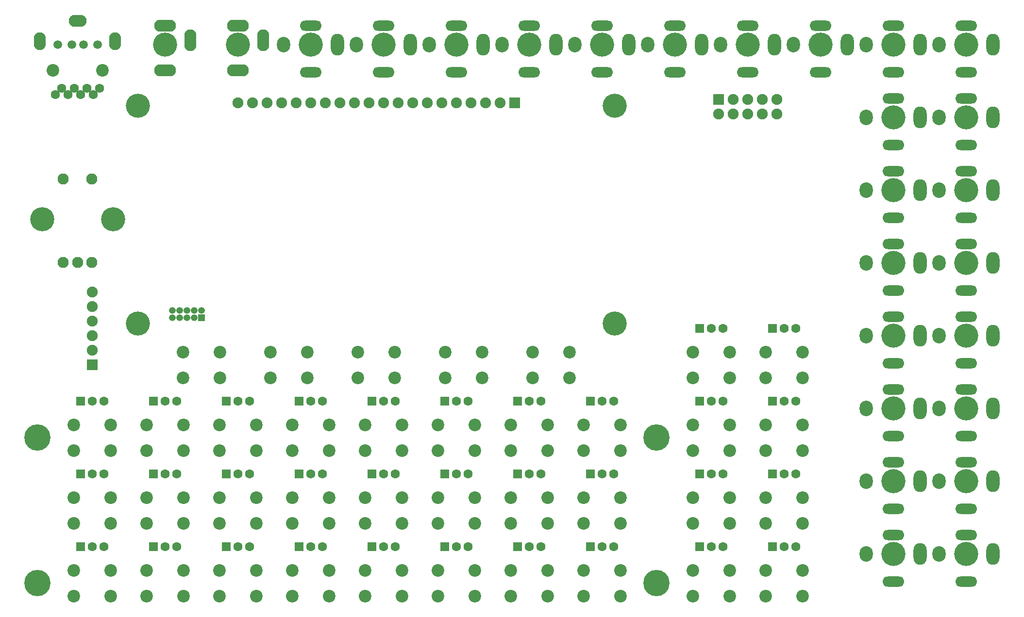
<source format=gbs>
G04 #@! TF.FileFunction,Soldermask,Bot*
%FSLAX46Y46*%
G04 Gerber Fmt 4.6, Leading zero omitted, Abs format (unit mm)*
G04 Created by KiCad (PCBNEW 4.0.7) date 2017 October 30, Monday 23:27:59*
%MOMM*%
%LPD*%
G01*
G04 APERTURE LIST*
%ADD10C,0.100000*%
%ADD11C,4.600000*%
%ADD12R,1.600000X1.600000*%
%ADD13C,1.600000*%
%ADD14R,1.900000X1.900000*%
%ADD15O,1.900000X1.900000*%
%ADD16R,1.200000X1.200000*%
%ADD17O,1.200000X1.200000*%
%ADD18C,2.200000*%
%ADD19C,4.200000*%
%ADD20O,2.100000X3.800000*%
%ADD21O,3.800000X2.100000*%
%ADD22O,2.300000X2.700000*%
%ADD23O,2.300000X3.800000*%
%ADD24O,3.800000X1.800000*%
%ADD25O,3.100000X2.100000*%
%ADD26C,1.500000*%
%ADD27O,2.100000X3.100000*%
%ADD28C,1.950000*%
%ADD29O,4.200000X4.200000*%
G04 APERTURE END LIST*
D10*
D11*
X187325000Y-114300000D03*
X79375000Y-114300000D03*
X187325000Y-139700000D03*
D12*
X194850000Y-95250000D03*
D13*
X196850000Y-95250000D03*
X198850000Y-95250000D03*
D12*
X207550000Y-95250000D03*
D13*
X209550000Y-95250000D03*
X211550000Y-95250000D03*
D12*
X194850000Y-107950000D03*
D13*
X196850000Y-107950000D03*
X198850000Y-107950000D03*
D12*
X207550000Y-107950000D03*
D13*
X209550000Y-107950000D03*
X211550000Y-107950000D03*
D12*
X194850000Y-120650000D03*
D13*
X196850000Y-120650000D03*
X198850000Y-120650000D03*
D12*
X207550000Y-120650000D03*
D13*
X209550000Y-120650000D03*
X211550000Y-120650000D03*
D12*
X194850000Y-133350000D03*
D13*
X196850000Y-133350000D03*
X198850000Y-133350000D03*
D12*
X207550000Y-133350000D03*
D13*
X209550000Y-133350000D03*
X211550000Y-133350000D03*
D12*
X86900000Y-107950000D03*
D13*
X88900000Y-107950000D03*
X90900000Y-107950000D03*
D12*
X99600000Y-107950000D03*
D13*
X101600000Y-107950000D03*
X103600000Y-107950000D03*
D12*
X112300000Y-107950000D03*
D13*
X114300000Y-107950000D03*
X116300000Y-107950000D03*
D12*
X125000000Y-107950000D03*
D13*
X127000000Y-107950000D03*
X129000000Y-107950000D03*
D12*
X137700000Y-107950000D03*
D13*
X139700000Y-107950000D03*
X141700000Y-107950000D03*
D12*
X150400000Y-107950000D03*
D13*
X152400000Y-107950000D03*
X154400000Y-107950000D03*
D12*
X163100000Y-107950000D03*
D13*
X165100000Y-107950000D03*
X167100000Y-107950000D03*
D12*
X175800000Y-107950000D03*
D13*
X177800000Y-107950000D03*
X179800000Y-107950000D03*
D12*
X86900000Y-120650000D03*
D13*
X88900000Y-120650000D03*
X90900000Y-120650000D03*
D12*
X99600000Y-120650000D03*
D13*
X101600000Y-120650000D03*
X103600000Y-120650000D03*
D12*
X112300000Y-120650000D03*
D13*
X114300000Y-120650000D03*
X116300000Y-120650000D03*
D12*
X125000000Y-120650000D03*
D13*
X127000000Y-120650000D03*
X129000000Y-120650000D03*
D12*
X137700000Y-120650000D03*
D13*
X139700000Y-120650000D03*
X141700000Y-120650000D03*
D12*
X150400000Y-120650000D03*
D13*
X152400000Y-120650000D03*
X154400000Y-120650000D03*
D12*
X163100000Y-120650000D03*
D13*
X165100000Y-120650000D03*
X167100000Y-120650000D03*
D12*
X175800000Y-120650000D03*
D13*
X177800000Y-120650000D03*
X179800000Y-120650000D03*
D12*
X86900000Y-133350000D03*
D13*
X88900000Y-133350000D03*
X90900000Y-133350000D03*
D12*
X99600000Y-133350000D03*
D13*
X101600000Y-133350000D03*
X103600000Y-133350000D03*
D12*
X112300000Y-133350000D03*
D13*
X114300000Y-133350000D03*
X116300000Y-133350000D03*
D12*
X125000000Y-133350000D03*
D13*
X127000000Y-133350000D03*
X129000000Y-133350000D03*
D12*
X137700000Y-133350000D03*
D13*
X139700000Y-133350000D03*
X141700000Y-133350000D03*
D12*
X150400000Y-133350000D03*
D13*
X152400000Y-133350000D03*
X154400000Y-133350000D03*
D12*
X163100000Y-133350000D03*
D13*
X165100000Y-133350000D03*
X167100000Y-133350000D03*
D12*
X175800000Y-133350000D03*
D13*
X177800000Y-133350000D03*
X179800000Y-133350000D03*
D14*
X88900000Y-101600000D03*
D15*
X88900000Y-99060000D03*
X88900000Y-96520000D03*
X88900000Y-93980000D03*
X88900000Y-91440000D03*
X88900000Y-88900000D03*
D16*
X107950000Y-93345000D03*
D17*
X107950000Y-92075000D03*
X106680000Y-93345000D03*
X106680000Y-92075000D03*
X105410000Y-93345000D03*
X105410000Y-92075000D03*
X104140000Y-93345000D03*
X104140000Y-92075000D03*
X102870000Y-93345000D03*
X102870000Y-92075000D03*
D18*
X174550000Y-141950000D03*
X181050000Y-141950000D03*
X181050000Y-137450000D03*
X174550000Y-137450000D03*
X161850000Y-141950000D03*
X168350000Y-141950000D03*
X168350000Y-137450000D03*
X161850000Y-137450000D03*
X149150000Y-141950000D03*
X155650000Y-141950000D03*
X155650000Y-137450000D03*
X149150000Y-137450000D03*
X136450000Y-141950000D03*
X142950000Y-141950000D03*
X142950000Y-137450000D03*
X136450000Y-137450000D03*
X123750000Y-141950000D03*
X130250000Y-141950000D03*
X130250000Y-137450000D03*
X123750000Y-137450000D03*
X111050000Y-141950000D03*
X117550000Y-141950000D03*
X117550000Y-137450000D03*
X111050000Y-137450000D03*
X98350000Y-141950000D03*
X104850000Y-141950000D03*
X104850000Y-137450000D03*
X98350000Y-137450000D03*
X85650000Y-141950000D03*
X92150000Y-141950000D03*
X92150000Y-137450000D03*
X85650000Y-137450000D03*
X174550000Y-129250000D03*
X181050000Y-129250000D03*
X181050000Y-124750000D03*
X174550000Y-124750000D03*
X161850000Y-129250000D03*
X168350000Y-129250000D03*
X168350000Y-124750000D03*
X161850000Y-124750000D03*
X149150000Y-129250000D03*
X155650000Y-129250000D03*
X155650000Y-124750000D03*
X149150000Y-124750000D03*
X136450000Y-129250000D03*
X142950000Y-129250000D03*
X142950000Y-124750000D03*
X136450000Y-124750000D03*
X123750000Y-129250000D03*
X130250000Y-129250000D03*
X130250000Y-124750000D03*
X123750000Y-124750000D03*
X111050000Y-129250000D03*
X117550000Y-129250000D03*
X117550000Y-124750000D03*
X111050000Y-124750000D03*
X98350000Y-129250000D03*
X104850000Y-129250000D03*
X104850000Y-124750000D03*
X98350000Y-124750000D03*
X85650000Y-129250000D03*
X92150000Y-129250000D03*
X92150000Y-124750000D03*
X85650000Y-124750000D03*
X174550000Y-116550000D03*
X181050000Y-116550000D03*
X181050000Y-112050000D03*
X174550000Y-112050000D03*
X161850000Y-116550000D03*
X168350000Y-116550000D03*
X168350000Y-112050000D03*
X161850000Y-112050000D03*
X149150000Y-116550000D03*
X155650000Y-116550000D03*
X155650000Y-112050000D03*
X149150000Y-112050000D03*
X136450000Y-116550000D03*
X142950000Y-116550000D03*
X142950000Y-112050000D03*
X136450000Y-112050000D03*
X123750000Y-116550000D03*
X130250000Y-116550000D03*
X130250000Y-112050000D03*
X123750000Y-112050000D03*
X111050000Y-116550000D03*
X117550000Y-116550000D03*
X117550000Y-112050000D03*
X111050000Y-112050000D03*
X98350000Y-116550000D03*
X104850000Y-116550000D03*
X104850000Y-112050000D03*
X98350000Y-112050000D03*
X85650000Y-116550000D03*
X92150000Y-116550000D03*
X92150000Y-112050000D03*
X85650000Y-112050000D03*
X206300000Y-141950000D03*
X212800000Y-141950000D03*
X212800000Y-137450000D03*
X206300000Y-137450000D03*
X193600000Y-141950000D03*
X200100000Y-141950000D03*
X200100000Y-137450000D03*
X193600000Y-137450000D03*
X206300000Y-129250000D03*
X212800000Y-129250000D03*
X212800000Y-124750000D03*
X206300000Y-124750000D03*
X193600000Y-129250000D03*
X200100000Y-129250000D03*
X200100000Y-124750000D03*
X193600000Y-124750000D03*
X206300000Y-116550000D03*
X212800000Y-116550000D03*
X212800000Y-112050000D03*
X206300000Y-112050000D03*
X193600000Y-116550000D03*
X200100000Y-116550000D03*
X200100000Y-112050000D03*
X193600000Y-112050000D03*
X206300000Y-103850000D03*
X212800000Y-103850000D03*
X212800000Y-99350000D03*
X206300000Y-99350000D03*
X193600000Y-103850000D03*
X200100000Y-103850000D03*
X200100000Y-99350000D03*
X193600000Y-99350000D03*
X165660000Y-103850000D03*
X172160000Y-103850000D03*
X172160000Y-99350000D03*
X165660000Y-99350000D03*
X150420000Y-103850000D03*
X156920000Y-103850000D03*
X156920000Y-99350000D03*
X150420000Y-99350000D03*
X135180000Y-103850000D03*
X141680000Y-103850000D03*
X141680000Y-99350000D03*
X135180000Y-99350000D03*
X119940000Y-103850000D03*
X126440000Y-103850000D03*
X126440000Y-99350000D03*
X119940000Y-99350000D03*
X104700000Y-103850000D03*
X111200000Y-103850000D03*
X111200000Y-99350000D03*
X104700000Y-99350000D03*
D14*
X198120000Y-55245000D03*
D15*
X198120000Y-57785000D03*
X200660000Y-55245000D03*
X200660000Y-57785000D03*
X203200000Y-55245000D03*
X203200000Y-57785000D03*
X205740000Y-55245000D03*
X205740000Y-57785000D03*
X208280000Y-55245000D03*
X208280000Y-57785000D03*
D14*
X162560000Y-55880000D03*
D15*
X160020000Y-55880000D03*
X157480000Y-55880000D03*
X154940000Y-55880000D03*
X152400000Y-55880000D03*
X149860000Y-55880000D03*
X147320000Y-55880000D03*
X144780000Y-55880000D03*
X142240000Y-55880000D03*
X139700000Y-55880000D03*
X137160000Y-55880000D03*
X134620000Y-55880000D03*
X132080000Y-55880000D03*
X129540000Y-55880000D03*
X127000000Y-55880000D03*
X124460000Y-55880000D03*
X121920000Y-55880000D03*
X119380000Y-55880000D03*
X116840000Y-55880000D03*
X114300000Y-55880000D03*
D19*
X96830000Y-56380000D03*
X180030000Y-56380000D03*
X96830000Y-94380000D03*
X180030000Y-94380000D03*
D13*
X90210000Y-53340000D03*
X89110000Y-54440000D03*
X88010000Y-53340000D03*
X86910000Y-54440000D03*
X85810000Y-53340000D03*
X84710000Y-54440000D03*
X83610000Y-53340000D03*
X82510000Y-54440000D03*
D18*
X90660000Y-50170000D03*
X82060000Y-50170000D03*
D11*
X79375000Y-139700000D03*
D20*
X118700000Y-44920000D03*
D21*
X114300000Y-50220000D03*
X114300000Y-42420000D03*
D19*
X114300000Y-45720000D03*
D20*
X106000000Y-44920000D03*
D21*
X101600000Y-50220000D03*
X101600000Y-42420000D03*
D19*
X101600000Y-45720000D03*
D22*
X160400000Y-45720000D03*
D23*
X169800000Y-45720000D03*
D24*
X165100000Y-42420000D03*
X165100000Y-50520000D03*
D19*
X165100000Y-45720000D03*
D22*
X135000000Y-45720000D03*
D23*
X144400000Y-45720000D03*
D24*
X139700000Y-42420000D03*
X139700000Y-50520000D03*
D19*
X139700000Y-45720000D03*
D22*
X223900000Y-134620000D03*
D23*
X233300000Y-134620000D03*
D24*
X228600000Y-131320000D03*
X228600000Y-139420000D03*
D19*
X228600000Y-134620000D03*
D22*
X223900000Y-121920000D03*
D23*
X233300000Y-121920000D03*
D24*
X228600000Y-118620000D03*
X228600000Y-126720000D03*
D19*
X228600000Y-121920000D03*
D22*
X223900000Y-109220000D03*
D23*
X233300000Y-109220000D03*
D24*
X228600000Y-105920000D03*
X228600000Y-114020000D03*
D19*
X228600000Y-109220000D03*
D22*
X223900000Y-96520000D03*
D23*
X233300000Y-96520000D03*
D24*
X228600000Y-93220000D03*
X228600000Y-101320000D03*
D19*
X228600000Y-96520000D03*
D22*
X223900000Y-83820000D03*
D23*
X233300000Y-83820000D03*
D24*
X228600000Y-80520000D03*
X228600000Y-88620000D03*
D19*
X228600000Y-83820000D03*
D22*
X223900000Y-71120000D03*
D23*
X233300000Y-71120000D03*
D24*
X228600000Y-67820000D03*
X228600000Y-75920000D03*
D19*
X228600000Y-71120000D03*
D22*
X223900000Y-58420000D03*
D23*
X233300000Y-58420000D03*
D24*
X228600000Y-55120000D03*
X228600000Y-63220000D03*
D19*
X228600000Y-58420000D03*
D22*
X223900000Y-45720000D03*
D23*
X233300000Y-45720000D03*
D24*
X228600000Y-42420000D03*
X228600000Y-50520000D03*
D19*
X228600000Y-45720000D03*
D22*
X211200000Y-45720000D03*
D23*
X220600000Y-45720000D03*
D24*
X215900000Y-42420000D03*
X215900000Y-50520000D03*
D19*
X215900000Y-45720000D03*
D22*
X198500000Y-45720000D03*
D23*
X207900000Y-45720000D03*
D24*
X203200000Y-42420000D03*
X203200000Y-50520000D03*
D19*
X203200000Y-45720000D03*
D22*
X185800000Y-45720000D03*
D23*
X195200000Y-45720000D03*
D24*
X190500000Y-42420000D03*
X190500000Y-50520000D03*
D19*
X190500000Y-45720000D03*
D22*
X173100000Y-45720000D03*
D23*
X182500000Y-45720000D03*
D24*
X177800000Y-42420000D03*
X177800000Y-50520000D03*
D19*
X177800000Y-45720000D03*
D22*
X236600000Y-134620000D03*
D23*
X246000000Y-134620000D03*
D24*
X241300000Y-131320000D03*
X241300000Y-139420000D03*
D19*
X241300000Y-134620000D03*
D22*
X236600000Y-121920000D03*
D23*
X246000000Y-121920000D03*
D24*
X241300000Y-118620000D03*
X241300000Y-126720000D03*
D19*
X241300000Y-121920000D03*
D22*
X236600000Y-109220000D03*
D23*
X246000000Y-109220000D03*
D24*
X241300000Y-105920000D03*
X241300000Y-114020000D03*
D19*
X241300000Y-109220000D03*
D22*
X236600000Y-96520000D03*
D23*
X246000000Y-96520000D03*
D24*
X241300000Y-93220000D03*
X241300000Y-101320000D03*
D19*
X241300000Y-96520000D03*
D22*
X236600000Y-83820000D03*
D23*
X246000000Y-83820000D03*
D24*
X241300000Y-80520000D03*
X241300000Y-88620000D03*
D19*
X241300000Y-83820000D03*
D22*
X236600000Y-71120000D03*
D23*
X246000000Y-71120000D03*
D24*
X241300000Y-67820000D03*
X241300000Y-75920000D03*
D19*
X241300000Y-71120000D03*
D22*
X236600000Y-58420000D03*
D23*
X246000000Y-58420000D03*
D24*
X241300000Y-55120000D03*
X241300000Y-63220000D03*
D19*
X241300000Y-58420000D03*
D22*
X236600000Y-45720000D03*
D23*
X246000000Y-45720000D03*
D24*
X241300000Y-42420000D03*
X241300000Y-50520000D03*
D19*
X241300000Y-45720000D03*
D22*
X147700000Y-45720000D03*
D23*
X157100000Y-45720000D03*
D24*
X152400000Y-42420000D03*
X152400000Y-50520000D03*
D19*
X152400000Y-45720000D03*
D22*
X122300000Y-45720000D03*
D23*
X131700000Y-45720000D03*
D24*
X127000000Y-42420000D03*
X127000000Y-50520000D03*
D19*
X127000000Y-45720000D03*
D25*
X86360000Y-41540000D03*
D26*
X82860000Y-45720000D03*
X85360000Y-45720000D03*
X87360000Y-45720000D03*
X89860000Y-45720000D03*
D27*
X79790000Y-45120000D03*
X92930000Y-45120000D03*
D28*
X83860000Y-83700000D03*
X88860000Y-83700000D03*
X86360000Y-83700000D03*
X88860000Y-69200000D03*
X83860000Y-69200000D03*
D29*
X92560000Y-76200000D03*
X80160000Y-76200000D03*
M02*

</source>
